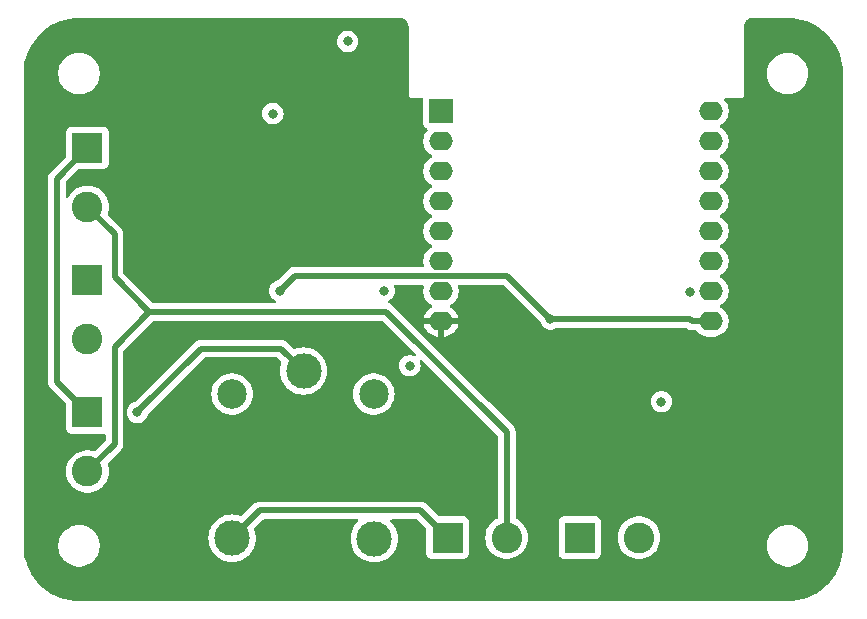
<source format=gbr>
%TF.GenerationSoftware,KiCad,Pcbnew,8.0.4-8.0.4-0~ubuntu22.04.1*%
%TF.CreationDate,2024-08-18T10:29:15-05:00*%
%TF.ProjectId,Doorbell with External ESP8266,446f6f72-6265-46c6-9c20-776974682045,v1.1*%
%TF.SameCoordinates,Original*%
%TF.FileFunction,Copper,L3,Inr*%
%TF.FilePolarity,Positive*%
%FSLAX46Y46*%
G04 Gerber Fmt 4.6, Leading zero omitted, Abs format (unit mm)*
G04 Created by KiCad (PCBNEW 8.0.4-8.0.4-0~ubuntu22.04.1) date 2024-08-18 10:29:15*
%MOMM*%
%LPD*%
G01*
G04 APERTURE LIST*
%TA.AperFunction,ComponentPad*%
%ADD10R,2.600000X2.600000*%
%TD*%
%TA.AperFunction,ComponentPad*%
%ADD11C,2.600000*%
%TD*%
%TA.AperFunction,ComponentPad*%
%ADD12R,2.000000X2.000000*%
%TD*%
%TA.AperFunction,ComponentPad*%
%ADD13O,2.000000X1.600000*%
%TD*%
%TA.AperFunction,ComponentPad*%
%ADD14C,3.000000*%
%TD*%
%TA.AperFunction,ComponentPad*%
%ADD15C,2.500000*%
%TD*%
%TA.AperFunction,ViaPad*%
%ADD16C,0.800000*%
%TD*%
%TA.AperFunction,Conductor*%
%ADD17C,0.500000*%
%TD*%
G04 APERTURE END LIST*
D10*
%TO.N,GND*%
%TO.C,J102*%
X25705000Y-42500000D03*
D11*
%TO.N,Net-(J102-Pin_2)*%
X25705000Y-47500000D03*
%TD*%
D10*
%TO.N,Net-(J105-Pin_1)*%
%TO.C,J105*%
X67400000Y-64300000D03*
D11*
%TO.N,GND*%
X72400000Y-64300000D03*
%TD*%
D10*
%TO.N,Net-(J104-Pin_1)*%
%TO.C,J104*%
X56200000Y-64300000D03*
D11*
%TO.N,/AC_B*%
X61200000Y-64300000D03*
%TD*%
D12*
%TO.N,unconnected-(U101-~{RST}-Pad1)*%
%TO.C,U101*%
X55640000Y-28200000D03*
D13*
%TO.N,unconnected-(U101-A0-Pad2)*%
X55640000Y-30740000D03*
%TO.N,unconnected-(U101-D0-Pad3)*%
X55640000Y-33280000D03*
%TO.N,/HA_STATUS*%
X55640000Y-35820000D03*
%TO.N,/CHIME*%
X55640000Y-38360000D03*
%TO.N,unconnected-(U101-MOSI{slash}D7-Pad6)*%
X55640000Y-40900000D03*
%TO.N,unconnected-(U101-CS{slash}D8-Pad7)*%
X55640000Y-43440000D03*
%TO.N,+3V3*%
X55640000Y-45980000D03*
%TO.N,VCC*%
X78500000Y-45980000D03*
%TO.N,GND*%
X78500000Y-43440000D03*
%TO.N,unconnected-(U101-D4-Pad11)*%
X78500000Y-40900000D03*
%TO.N,unconnected-(U101-D3-Pad12)*%
X78500000Y-38360000D03*
%TO.N,/DB_BUTTON*%
X78500000Y-35820000D03*
%TO.N,unconnected-(U101-SCL{slash}D1-Pad14)*%
X78500000Y-33280000D03*
%TO.N,unconnected-(U101-RX-Pad15)*%
X78500000Y-30740000D03*
%TO.N,/ESP_TX*%
X78500000Y-28200000D03*
%TD*%
D10*
%TO.N,/AC_A*%
%TO.C,J103*%
X25705000Y-53700000D03*
D11*
%TO.N,/AC_B*%
X25705000Y-58700000D03*
%TD*%
D10*
%TO.N,/AC_A*%
%TO.C,J101*%
X25705000Y-31300000D03*
D11*
%TO.N,/AC_B*%
X25705000Y-36300000D03*
%TD*%
D14*
%TO.N,/AC_A*%
%TO.C,K101*%
X44000000Y-50200000D03*
D15*
%TO.N,VCC*%
X37950000Y-52150000D03*
D14*
%TO.N,Net-(J104-Pin_1)*%
X37950000Y-64350000D03*
%TO.N,unconnected-(K101-Pad4)*%
X50000000Y-64400000D03*
D15*
%TO.N,/RELAY_LED*%
X49950000Y-52150000D03*
%TD*%
D16*
%TO.N,VCC*%
X42000000Y-43400000D03*
X64900000Y-45800000D03*
%TO.N,GND*%
X41400000Y-28400000D03*
X47737500Y-22300000D03*
X76700000Y-43500000D03*
X53000000Y-49750000D03*
X74300000Y-52800000D03*
X50825000Y-43425000D03*
%TO.N,+3V3*%
X41400000Y-30600000D03*
X57700000Y-46000000D03*
X41400000Y-24000000D03*
X41400000Y-26200000D03*
%TO.N,/AC_A*%
X29925000Y-53700000D03*
%TD*%
D17*
%TO.N,/AC_B*%
X25705000Y-36300000D02*
X28000000Y-38595000D01*
X28000000Y-38595000D02*
X28000000Y-42250000D01*
X28000000Y-42250000D02*
X30945000Y-45195000D01*
X30945000Y-45195000D02*
X28000000Y-48140000D01*
X28000000Y-48140000D02*
X28000000Y-56405000D01*
X28000000Y-56405000D02*
X25705000Y-58700000D01*
X61200000Y-64300000D02*
X61200000Y-55375000D01*
X61200000Y-55375000D02*
X51020000Y-45195000D01*
X51020000Y-45195000D02*
X30945000Y-45195000D01*
%TO.N,VCC*%
X61250000Y-42150000D02*
X64900000Y-45800000D01*
X43250000Y-42150000D02*
X61250000Y-42150000D01*
X64900000Y-45800000D02*
X76700000Y-45800000D01*
X76700000Y-45800000D02*
X76880000Y-45980000D01*
X42000000Y-43400000D02*
X43250000Y-42150000D01*
X76880000Y-45980000D02*
X78500000Y-45980000D01*
%TO.N,Net-(J104-Pin_1)*%
X37950000Y-64350000D02*
X40300000Y-62000000D01*
X53900000Y-62000000D02*
X56200000Y-64300000D01*
X40300000Y-62000000D02*
X53900000Y-62000000D01*
%TO.N,/AC_A*%
X23100000Y-51095000D02*
X25705000Y-53700000D01*
X23100000Y-33905000D02*
X23100000Y-51095000D01*
X29925000Y-53700000D02*
X35325000Y-48300000D01*
X42100000Y-48300000D02*
X44000000Y-50200000D01*
X35325000Y-48300000D02*
X42100000Y-48300000D01*
X25705000Y-31300000D02*
X23100000Y-33905000D01*
%TD*%
%TA.AperFunction,Conductor*%
%TO.N,+3V3*%
G36*
X81965995Y-20300500D02*
G01*
X81967545Y-20300500D01*
X84952405Y-20300500D01*
X84997294Y-20300500D01*
X85002702Y-20300617D01*
X85404202Y-20318147D01*
X85414937Y-20319087D01*
X85810693Y-20371189D01*
X85821331Y-20373064D01*
X86211043Y-20459462D01*
X86221483Y-20462260D01*
X86602168Y-20582289D01*
X86612315Y-20585982D01*
X86981102Y-20738739D01*
X86990893Y-20743305D01*
X87344942Y-20927611D01*
X87354309Y-20933018D01*
X87549817Y-21057571D01*
X87690959Y-21147488D01*
X87699820Y-21153693D01*
X88016487Y-21396680D01*
X88024774Y-21403634D01*
X88319056Y-21673294D01*
X88326705Y-21680943D01*
X88596365Y-21975225D01*
X88603319Y-21983512D01*
X88846306Y-22300179D01*
X88852511Y-22309040D01*
X89066980Y-22645689D01*
X89072388Y-22655057D01*
X89256691Y-23009099D01*
X89261263Y-23018903D01*
X89414013Y-23387674D01*
X89417713Y-23397840D01*
X89537738Y-23778512D01*
X89540538Y-23788960D01*
X89626933Y-24178660D01*
X89628811Y-24189314D01*
X89680910Y-24585042D01*
X89681853Y-24595818D01*
X89699382Y-24997297D01*
X89699500Y-25002706D01*
X89699500Y-64997293D01*
X89699382Y-65002702D01*
X89681853Y-65404181D01*
X89680910Y-65414957D01*
X89628811Y-65810685D01*
X89626933Y-65821339D01*
X89540538Y-66211039D01*
X89537738Y-66221487D01*
X89417713Y-66602159D01*
X89414013Y-66612325D01*
X89261263Y-66981096D01*
X89256691Y-66990900D01*
X89072388Y-67344942D01*
X89066980Y-67354310D01*
X88852511Y-67690959D01*
X88846306Y-67699820D01*
X88603319Y-68016487D01*
X88596365Y-68024774D01*
X88326705Y-68319056D01*
X88319056Y-68326705D01*
X88024774Y-68596365D01*
X88016487Y-68603319D01*
X87699820Y-68846306D01*
X87690959Y-68852511D01*
X87354310Y-69066980D01*
X87344942Y-69072388D01*
X86990900Y-69256691D01*
X86981096Y-69261263D01*
X86612325Y-69414013D01*
X86602159Y-69417713D01*
X86221487Y-69537738D01*
X86211039Y-69540538D01*
X85821339Y-69626933D01*
X85810685Y-69628811D01*
X85414957Y-69680910D01*
X85404181Y-69681853D01*
X85002703Y-69699382D01*
X84997294Y-69699500D01*
X25002706Y-69699500D01*
X24997297Y-69699382D01*
X24595818Y-69681853D01*
X24585042Y-69680910D01*
X24189314Y-69628811D01*
X24178660Y-69626933D01*
X23788960Y-69540538D01*
X23778512Y-69537738D01*
X23397840Y-69417713D01*
X23387674Y-69414013D01*
X23018903Y-69261263D01*
X23009099Y-69256691D01*
X22655057Y-69072388D01*
X22645689Y-69066980D01*
X22309040Y-68852511D01*
X22300179Y-68846306D01*
X21983512Y-68603319D01*
X21975225Y-68596365D01*
X21680943Y-68326705D01*
X21673294Y-68319056D01*
X21403634Y-68024774D01*
X21396680Y-68016487D01*
X21153693Y-67699820D01*
X21147488Y-67690959D01*
X20933019Y-67354310D01*
X20927611Y-67344942D01*
X20743308Y-66990900D01*
X20738736Y-66981096D01*
X20585982Y-66612315D01*
X20582286Y-66602159D01*
X20574335Y-66576942D01*
X20462260Y-66221483D01*
X20459461Y-66211039D01*
X20451331Y-66174367D01*
X20373064Y-65821331D01*
X20371188Y-65810685D01*
X20366841Y-65777664D01*
X20319087Y-65414937D01*
X20318147Y-65404202D01*
X20300618Y-65002702D01*
X20300500Y-64997293D01*
X20300500Y-64885010D01*
X23245500Y-64885010D01*
X23245500Y-65114989D01*
X23245501Y-65115005D01*
X23275518Y-65343009D01*
X23275519Y-65343014D01*
X23275520Y-65343020D01*
X23299983Y-65434317D01*
X23335046Y-65565175D01*
X23335049Y-65565185D01*
X23423057Y-65777654D01*
X23423061Y-65777664D01*
X23538055Y-65976839D01*
X23678064Y-66159303D01*
X23678070Y-66159310D01*
X23840689Y-66321929D01*
X23840696Y-66321935D01*
X24023160Y-66461944D01*
X24222335Y-66576938D01*
X24222336Y-66576938D01*
X24222339Y-66576940D01*
X24434824Y-66664954D01*
X24656980Y-66724480D01*
X24885004Y-66754500D01*
X24885011Y-66754500D01*
X25114989Y-66754500D01*
X25114996Y-66754500D01*
X25343020Y-66724480D01*
X25565176Y-66664954D01*
X25777661Y-66576940D01*
X25976840Y-66461944D01*
X26159305Y-66321934D01*
X26321934Y-66159305D01*
X26461944Y-65976840D01*
X26576940Y-65777661D01*
X26664954Y-65565176D01*
X26724480Y-65343020D01*
X26754500Y-65114996D01*
X26754500Y-64885004D01*
X26724480Y-64656980D01*
X26664954Y-64434824D01*
X26629818Y-64349998D01*
X35944390Y-64349998D01*
X35944390Y-64350001D01*
X35964804Y-64635433D01*
X36025628Y-64915037D01*
X36025630Y-64915043D01*
X36025631Y-64915046D01*
X36088423Y-65083398D01*
X36125635Y-65183166D01*
X36262770Y-65434309D01*
X36262775Y-65434317D01*
X36434254Y-65663387D01*
X36434270Y-65663405D01*
X36636594Y-65865729D01*
X36636612Y-65865745D01*
X36865682Y-66037224D01*
X36865690Y-66037229D01*
X37116833Y-66174364D01*
X37116832Y-66174364D01*
X37116836Y-66174365D01*
X37116839Y-66174367D01*
X37384954Y-66274369D01*
X37384960Y-66274370D01*
X37384962Y-66274371D01*
X37664566Y-66335195D01*
X37664568Y-66335195D01*
X37664572Y-66335196D01*
X37918220Y-66353337D01*
X37949999Y-66355610D01*
X37950000Y-66355610D01*
X37950001Y-66355610D01*
X37978595Y-66353564D01*
X38235428Y-66335196D01*
X38515046Y-66274369D01*
X38783161Y-66174367D01*
X39034315Y-66037226D01*
X39263395Y-65865739D01*
X39465739Y-65663395D01*
X39637226Y-65434315D01*
X39774367Y-65183161D01*
X39874369Y-64915046D01*
X39924319Y-64685428D01*
X39935195Y-64635433D01*
X39935195Y-64635432D01*
X39935196Y-64635428D01*
X39955610Y-64350000D01*
X39935196Y-64064572D01*
X39927870Y-64030897D01*
X39886495Y-63840696D01*
X39874369Y-63784954D01*
X39821274Y-63642603D01*
X39816291Y-63572913D01*
X39849774Y-63511592D01*
X40574549Y-62786819D01*
X40635872Y-62753334D01*
X40662230Y-62750500D01*
X48521003Y-62750500D01*
X48588042Y-62770185D01*
X48633797Y-62822989D01*
X48643741Y-62892147D01*
X48614716Y-62955703D01*
X48608684Y-62962181D01*
X48484270Y-63086594D01*
X48484254Y-63086612D01*
X48312775Y-63315682D01*
X48312770Y-63315690D01*
X48175635Y-63566833D01*
X48075628Y-63834962D01*
X48014804Y-64114566D01*
X47994390Y-64399998D01*
X47994390Y-64400001D01*
X48014804Y-64685433D01*
X48075628Y-64965037D01*
X48075630Y-64965043D01*
X48075631Y-64965046D01*
X48119774Y-65083398D01*
X48175635Y-65233166D01*
X48312770Y-65484309D01*
X48312775Y-65484317D01*
X48484254Y-65713387D01*
X48484270Y-65713405D01*
X48686594Y-65915729D01*
X48686612Y-65915745D01*
X48915682Y-66087224D01*
X48915690Y-66087229D01*
X49166833Y-66224364D01*
X49166832Y-66224364D01*
X49166836Y-66224365D01*
X49166839Y-66224367D01*
X49434954Y-66324369D01*
X49434960Y-66324370D01*
X49434962Y-66324371D01*
X49714566Y-66385195D01*
X49714568Y-66385195D01*
X49714572Y-66385196D01*
X49968220Y-66403337D01*
X49999999Y-66405610D01*
X50000000Y-66405610D01*
X50000001Y-66405610D01*
X50028595Y-66403564D01*
X50285428Y-66385196D01*
X50565046Y-66324369D01*
X50833161Y-66224367D01*
X51084315Y-66087226D01*
X51313395Y-65915739D01*
X51515739Y-65713395D01*
X51687226Y-65484315D01*
X51824367Y-65233161D01*
X51924369Y-64965046D01*
X51985196Y-64685428D01*
X52005610Y-64400000D01*
X51985196Y-64114572D01*
X51924369Y-63834954D01*
X51824367Y-63566839D01*
X51808650Y-63538056D01*
X51687229Y-63315690D01*
X51687224Y-63315682D01*
X51515745Y-63086612D01*
X51515729Y-63086594D01*
X51391316Y-62962181D01*
X51357831Y-62900858D01*
X51362815Y-62831166D01*
X51404687Y-62775233D01*
X51470151Y-62750816D01*
X51478997Y-62750500D01*
X53537770Y-62750500D01*
X53604809Y-62770185D01*
X53625451Y-62786819D01*
X54363181Y-63524548D01*
X54396666Y-63585871D01*
X54399500Y-63612229D01*
X54399500Y-65647870D01*
X54399501Y-65647876D01*
X54405908Y-65707483D01*
X54456202Y-65842328D01*
X54456206Y-65842335D01*
X54542452Y-65957544D01*
X54542455Y-65957547D01*
X54657664Y-66043793D01*
X54657671Y-66043797D01*
X54792517Y-66094091D01*
X54792516Y-66094091D01*
X54799444Y-66094835D01*
X54852127Y-66100500D01*
X57547872Y-66100499D01*
X57607483Y-66094091D01*
X57742331Y-66043796D01*
X57857546Y-65957546D01*
X57943796Y-65842331D01*
X57994091Y-65707483D01*
X58000500Y-65647873D01*
X58000499Y-62952128D01*
X57994091Y-62892517D01*
X57992542Y-62888365D01*
X57943797Y-62757671D01*
X57943793Y-62757664D01*
X57857547Y-62642455D01*
X57857544Y-62642452D01*
X57742335Y-62556206D01*
X57742328Y-62556202D01*
X57607482Y-62505908D01*
X57607483Y-62505908D01*
X57547883Y-62499501D01*
X57547881Y-62499500D01*
X57547873Y-62499500D01*
X57547865Y-62499500D01*
X55512230Y-62499500D01*
X55445191Y-62479815D01*
X55424549Y-62463181D01*
X54378421Y-61417052D01*
X54378414Y-61417046D01*
X54304729Y-61367812D01*
X54304729Y-61367813D01*
X54255491Y-61334913D01*
X54118917Y-61278343D01*
X54118907Y-61278340D01*
X53973920Y-61249500D01*
X53973918Y-61249500D01*
X40226082Y-61249500D01*
X40226080Y-61249500D01*
X40081092Y-61278340D01*
X40081086Y-61278342D01*
X39944508Y-61334914D01*
X39944496Y-61334921D01*
X39895270Y-61367811D01*
X39895271Y-61367812D01*
X39821581Y-61417049D01*
X38788408Y-62450222D01*
X38727085Y-62483707D01*
X38657394Y-62478723D01*
X38515047Y-62425631D01*
X38235433Y-62364804D01*
X37950001Y-62344390D01*
X37949999Y-62344390D01*
X37664566Y-62364804D01*
X37384962Y-62425628D01*
X37116833Y-62525635D01*
X36865690Y-62662770D01*
X36865682Y-62662775D01*
X36636612Y-62834254D01*
X36636594Y-62834270D01*
X36434270Y-63036594D01*
X36434254Y-63036612D01*
X36262775Y-63265682D01*
X36262770Y-63265690D01*
X36125635Y-63516833D01*
X36025628Y-63784962D01*
X35964804Y-64064566D01*
X35944390Y-64349998D01*
X26629818Y-64349998D01*
X26576940Y-64222339D01*
X26461944Y-64023160D01*
X26321934Y-63840695D01*
X26321929Y-63840689D01*
X26159310Y-63678070D01*
X26159303Y-63678064D01*
X25976839Y-63538055D01*
X25777664Y-63423061D01*
X25777654Y-63423057D01*
X25565185Y-63335049D01*
X25565178Y-63335047D01*
X25565176Y-63335046D01*
X25343020Y-63275520D01*
X25343014Y-63275519D01*
X25343009Y-63275518D01*
X25115005Y-63245501D01*
X25115002Y-63245500D01*
X25114996Y-63245500D01*
X24885004Y-63245500D01*
X24884998Y-63245500D01*
X24884994Y-63245501D01*
X24656990Y-63275518D01*
X24656983Y-63275519D01*
X24656980Y-63275520D01*
X24629445Y-63282898D01*
X24434824Y-63335046D01*
X24434814Y-63335049D01*
X24222345Y-63423057D01*
X24222335Y-63423061D01*
X24023160Y-63538055D01*
X23840696Y-63678064D01*
X23840689Y-63678070D01*
X23678070Y-63840689D01*
X23678064Y-63840696D01*
X23538055Y-64023160D01*
X23423061Y-64222335D01*
X23423057Y-64222345D01*
X23335049Y-64434814D01*
X23335046Y-64434824D01*
X23281294Y-64635433D01*
X23275521Y-64656977D01*
X23275518Y-64656990D01*
X23245501Y-64884994D01*
X23245500Y-64885010D01*
X20300500Y-64885010D01*
X20300500Y-28400000D01*
X40494540Y-28400000D01*
X40514326Y-28588256D01*
X40514327Y-28588259D01*
X40572818Y-28768277D01*
X40572821Y-28768284D01*
X40667467Y-28932216D01*
X40794129Y-29072888D01*
X40947265Y-29184148D01*
X40947270Y-29184151D01*
X41120192Y-29261142D01*
X41120197Y-29261144D01*
X41305354Y-29300500D01*
X41305355Y-29300500D01*
X41494644Y-29300500D01*
X41494646Y-29300500D01*
X41679803Y-29261144D01*
X41852730Y-29184151D01*
X42005871Y-29072888D01*
X42132533Y-28932216D01*
X42227179Y-28768284D01*
X42285674Y-28588256D01*
X42305460Y-28400000D01*
X42285674Y-28211744D01*
X42227179Y-28031716D01*
X42132533Y-27867784D01*
X42005871Y-27727112D01*
X42005870Y-27727111D01*
X41852734Y-27615851D01*
X41852729Y-27615848D01*
X41679807Y-27538857D01*
X41679802Y-27538855D01*
X41534001Y-27507865D01*
X41494646Y-27499500D01*
X41305354Y-27499500D01*
X41272897Y-27506398D01*
X41120197Y-27538855D01*
X41120192Y-27538857D01*
X40947270Y-27615848D01*
X40947265Y-27615851D01*
X40794129Y-27727111D01*
X40667466Y-27867785D01*
X40572821Y-28031715D01*
X40572818Y-28031722D01*
X40514327Y-28211740D01*
X40514326Y-28211744D01*
X40494540Y-28400000D01*
X20300500Y-28400000D01*
X20300500Y-25002706D01*
X20300618Y-24997297D01*
X20302227Y-24960438D01*
X20305520Y-24885010D01*
X23245500Y-24885010D01*
X23245500Y-25114989D01*
X23245501Y-25115005D01*
X23275518Y-25343009D01*
X23275519Y-25343014D01*
X23275520Y-25343020D01*
X23275521Y-25343022D01*
X23335046Y-25565175D01*
X23335049Y-25565185D01*
X23423057Y-25777654D01*
X23423061Y-25777664D01*
X23538055Y-25976839D01*
X23678064Y-26159303D01*
X23678070Y-26159310D01*
X23840689Y-26321929D01*
X23840696Y-26321935D01*
X24023160Y-26461944D01*
X24222335Y-26576938D01*
X24222336Y-26576938D01*
X24222339Y-26576940D01*
X24434824Y-26664954D01*
X24656980Y-26724480D01*
X24885004Y-26754500D01*
X24885011Y-26754500D01*
X25114989Y-26754500D01*
X25114996Y-26754500D01*
X25343020Y-26724480D01*
X25565176Y-26664954D01*
X25777661Y-26576940D01*
X25976840Y-26461944D01*
X26159305Y-26321934D01*
X26321934Y-26159305D01*
X26461944Y-25976840D01*
X26576940Y-25777661D01*
X26664954Y-25565176D01*
X26724480Y-25343020D01*
X26754500Y-25114996D01*
X26754500Y-24885004D01*
X26724480Y-24656980D01*
X26664954Y-24434824D01*
X26576940Y-24222339D01*
X26554770Y-24183940D01*
X26461944Y-24023160D01*
X26321935Y-23840696D01*
X26321929Y-23840689D01*
X26159310Y-23678070D01*
X26159303Y-23678064D01*
X25976839Y-23538055D01*
X25777664Y-23423061D01*
X25777654Y-23423057D01*
X25565185Y-23335049D01*
X25565178Y-23335047D01*
X25565176Y-23335046D01*
X25343020Y-23275520D01*
X25343014Y-23275519D01*
X25343009Y-23275518D01*
X25115005Y-23245501D01*
X25115002Y-23245500D01*
X25114996Y-23245500D01*
X24885004Y-23245500D01*
X24884998Y-23245500D01*
X24884994Y-23245501D01*
X24656990Y-23275518D01*
X24656983Y-23275519D01*
X24656980Y-23275520D01*
X24434824Y-23335046D01*
X24434814Y-23335049D01*
X24222345Y-23423057D01*
X24222335Y-23423061D01*
X24023160Y-23538055D01*
X23840696Y-23678064D01*
X23840689Y-23678070D01*
X23678070Y-23840689D01*
X23678064Y-23840696D01*
X23538055Y-24023160D01*
X23423061Y-24222335D01*
X23423057Y-24222345D01*
X23335049Y-24434814D01*
X23335046Y-24434824D01*
X23275521Y-24656977D01*
X23275518Y-24656990D01*
X23245501Y-24884994D01*
X23245500Y-24885010D01*
X20305520Y-24885010D01*
X20318147Y-24595795D01*
X20319087Y-24585064D01*
X20371189Y-24189302D01*
X20373063Y-24178672D01*
X20459463Y-23788950D01*
X20462261Y-23778512D01*
X20582291Y-23397823D01*
X20585979Y-23387691D01*
X20738742Y-23018888D01*
X20743300Y-23009114D01*
X20927617Y-22655045D01*
X20933012Y-22645700D01*
X21147495Y-22309029D01*
X21153685Y-22300189D01*
X21153830Y-22300000D01*
X46832040Y-22300000D01*
X46851826Y-22488256D01*
X46851827Y-22488259D01*
X46910318Y-22668277D01*
X46910321Y-22668284D01*
X47004967Y-22832216D01*
X47131629Y-22972888D01*
X47284765Y-23084148D01*
X47284770Y-23084151D01*
X47457692Y-23161142D01*
X47457697Y-23161144D01*
X47642854Y-23200500D01*
X47642855Y-23200500D01*
X47832144Y-23200500D01*
X47832146Y-23200500D01*
X48017303Y-23161144D01*
X48190230Y-23084151D01*
X48343371Y-22972888D01*
X48470033Y-22832216D01*
X48564679Y-22668284D01*
X48623174Y-22488256D01*
X48642960Y-22300000D01*
X48623174Y-22111744D01*
X48564679Y-21931716D01*
X48470033Y-21767784D01*
X48343371Y-21627112D01*
X48343370Y-21627111D01*
X48190234Y-21515851D01*
X48190229Y-21515848D01*
X48017307Y-21438857D01*
X48017302Y-21438855D01*
X47851595Y-21403634D01*
X47832146Y-21399500D01*
X47642854Y-21399500D01*
X47623405Y-21403634D01*
X47457697Y-21438855D01*
X47457692Y-21438857D01*
X47284770Y-21515848D01*
X47284765Y-21515851D01*
X47131629Y-21627111D01*
X47004966Y-21767785D01*
X46910321Y-21931715D01*
X46910318Y-21931722D01*
X46893491Y-21983512D01*
X46851826Y-22111744D01*
X46832040Y-22300000D01*
X21153830Y-22300000D01*
X21396687Y-21983503D01*
X21403625Y-21975234D01*
X21673304Y-21680932D01*
X21680932Y-21673304D01*
X21975234Y-21403625D01*
X21983503Y-21396687D01*
X22300189Y-21153685D01*
X22309029Y-21147495D01*
X22645700Y-20933012D01*
X22655045Y-20927617D01*
X23009114Y-20743300D01*
X23018888Y-20738742D01*
X23387691Y-20585979D01*
X23397823Y-20582291D01*
X23778521Y-20462258D01*
X23788950Y-20459463D01*
X24178672Y-20373063D01*
X24189302Y-20371189D01*
X24585064Y-20319087D01*
X24595795Y-20318147D01*
X24997297Y-20300617D01*
X25002706Y-20300500D01*
X25047595Y-20300500D01*
X52145298Y-20300500D01*
X52145301Y-20300501D01*
X52186804Y-20300500D01*
X52198956Y-20301096D01*
X52317214Y-20312743D01*
X52341037Y-20317481D01*
X52448901Y-20350201D01*
X52471352Y-20359500D01*
X52570754Y-20412631D01*
X52590955Y-20426129D01*
X52671961Y-20492609D01*
X52678078Y-20497629D01*
X52695266Y-20514817D01*
X52766764Y-20601937D01*
X52780269Y-20622148D01*
X52819457Y-20695464D01*
X52833394Y-20721537D01*
X52842696Y-20743995D01*
X52875413Y-20851847D01*
X52880156Y-20875689D01*
X52891796Y-20993876D01*
X52892393Y-21006030D01*
X52892393Y-21056682D01*
X52892463Y-21057571D01*
X52899500Y-26799941D01*
X52899500Y-26839576D01*
X52899544Y-26839915D01*
X52909745Y-26877798D01*
X52909764Y-26877948D01*
X52909784Y-26877943D01*
X52919980Y-26915994D01*
X52920095Y-26916270D01*
X52920120Y-26916331D01*
X52939902Y-26950499D01*
X52939977Y-26950628D01*
X52959538Y-26984508D01*
X52959764Y-26984803D01*
X52987571Y-27012543D01*
X52987567Y-27012546D01*
X52987677Y-27012648D01*
X53015489Y-27040460D01*
X53015491Y-27040461D01*
X53015718Y-27040635D01*
X53015781Y-27040683D01*
X53015784Y-27040686D01*
X53015786Y-27040687D01*
X53049962Y-27060363D01*
X53049947Y-27060387D01*
X53050091Y-27060437D01*
X53071424Y-27072754D01*
X53084005Y-27080018D01*
X53084007Y-27080019D01*
X53084011Y-27080021D01*
X53084014Y-27080021D01*
X53084346Y-27080158D01*
X53084354Y-27080163D01*
X53122384Y-27090303D01*
X53160438Y-27100500D01*
X53160447Y-27100500D01*
X53160806Y-27100548D01*
X53199960Y-27100500D01*
X54015500Y-27100500D01*
X54082539Y-27120185D01*
X54128294Y-27172989D01*
X54139500Y-27224500D01*
X54139500Y-29247870D01*
X54139501Y-29247876D01*
X54145908Y-29307483D01*
X54196202Y-29442328D01*
X54196206Y-29442335D01*
X54282452Y-29557544D01*
X54282455Y-29557547D01*
X54397664Y-29643793D01*
X54397673Y-29643798D01*
X54434914Y-29657688D01*
X54490848Y-29699559D01*
X54515266Y-29765023D01*
X54500415Y-29833296D01*
X54479265Y-29861550D01*
X54448027Y-29892787D01*
X54327715Y-30058386D01*
X54234781Y-30240776D01*
X54171522Y-30435465D01*
X54139500Y-30637648D01*
X54139500Y-30842351D01*
X54171522Y-31044534D01*
X54234781Y-31239223D01*
X54327715Y-31421613D01*
X54448028Y-31587213D01*
X54592786Y-31731971D01*
X54747749Y-31844556D01*
X54758390Y-31852287D01*
X54849840Y-31898883D01*
X54851080Y-31899515D01*
X54901876Y-31947490D01*
X54918671Y-32015311D01*
X54896134Y-32081446D01*
X54851080Y-32120485D01*
X54758386Y-32167715D01*
X54592786Y-32288028D01*
X54448028Y-32432786D01*
X54327715Y-32598386D01*
X54234781Y-32780776D01*
X54171522Y-32975465D01*
X54139500Y-33177648D01*
X54139500Y-33382351D01*
X54171522Y-33584534D01*
X54234781Y-33779223D01*
X54327715Y-33961613D01*
X54448028Y-34127213D01*
X54592786Y-34271971D01*
X54747749Y-34384556D01*
X54758390Y-34392287D01*
X54849840Y-34438883D01*
X54851080Y-34439515D01*
X54901876Y-34487490D01*
X54918671Y-34555311D01*
X54896134Y-34621446D01*
X54851080Y-34660485D01*
X54758386Y-34707715D01*
X54592786Y-34828028D01*
X54448028Y-34972786D01*
X54327715Y-35138386D01*
X54234781Y-35320776D01*
X54171522Y-35515465D01*
X54139500Y-35717648D01*
X54139500Y-35922351D01*
X54171522Y-36124534D01*
X54234781Y-36319223D01*
X54327715Y-36501613D01*
X54448028Y-36667213D01*
X54592786Y-36811971D01*
X54745485Y-36922911D01*
X54758390Y-36932287D01*
X54849840Y-36978883D01*
X54851080Y-36979515D01*
X54901876Y-37027490D01*
X54918671Y-37095311D01*
X54896134Y-37161446D01*
X54851080Y-37200485D01*
X54758386Y-37247715D01*
X54592786Y-37368028D01*
X54448028Y-37512786D01*
X54327715Y-37678386D01*
X54234781Y-37860776D01*
X54171522Y-38055465D01*
X54139500Y-38257648D01*
X54139500Y-38462351D01*
X54171522Y-38664534D01*
X54234781Y-38859223D01*
X54327715Y-39041613D01*
X54448028Y-39207213D01*
X54592786Y-39351971D01*
X54747749Y-39464556D01*
X54758390Y-39472287D01*
X54849840Y-39518883D01*
X54851080Y-39519515D01*
X54901876Y-39567490D01*
X54918671Y-39635311D01*
X54896134Y-39701446D01*
X54851080Y-39740485D01*
X54758386Y-39787715D01*
X54592786Y-39908028D01*
X54448028Y-40052786D01*
X54327715Y-40218386D01*
X54234781Y-40400776D01*
X54171522Y-40595465D01*
X54139500Y-40797648D01*
X54139500Y-41002351D01*
X54171523Y-41204535D01*
X54171524Y-41204542D01*
X54182130Y-41237183D01*
X54184125Y-41307024D01*
X54148044Y-41366857D01*
X54085343Y-41397684D01*
X54064199Y-41399500D01*
X43176080Y-41399500D01*
X43031092Y-41428340D01*
X43031082Y-41428343D01*
X42894508Y-41484914D01*
X42847978Y-41516004D01*
X42771581Y-41567049D01*
X41847228Y-42491402D01*
X41785905Y-42524887D01*
X41785329Y-42525011D01*
X41720196Y-42538856D01*
X41720192Y-42538857D01*
X41547270Y-42615848D01*
X41547265Y-42615851D01*
X41394129Y-42727111D01*
X41267466Y-42867785D01*
X41172821Y-43031715D01*
X41172818Y-43031722D01*
X41139110Y-43135466D01*
X41114326Y-43211744D01*
X41094540Y-43400000D01*
X41114326Y-43588256D01*
X41114327Y-43588259D01*
X41172818Y-43768277D01*
X41172821Y-43768284D01*
X41267467Y-43932216D01*
X41357506Y-44032214D01*
X41394129Y-44072888D01*
X41547265Y-44184148D01*
X41547270Y-44184151D01*
X41599085Y-44207221D01*
X41652322Y-44252471D01*
X41672643Y-44319321D01*
X41653597Y-44386544D01*
X41601231Y-44432799D01*
X41548649Y-44444500D01*
X31307230Y-44444500D01*
X31240191Y-44424815D01*
X31219549Y-44408181D01*
X28786819Y-41975451D01*
X28753334Y-41914128D01*
X28750500Y-41887770D01*
X28750500Y-38521079D01*
X28721659Y-38376092D01*
X28721658Y-38376091D01*
X28721658Y-38376087D01*
X28721656Y-38376082D01*
X28665087Y-38239511D01*
X28665080Y-38239498D01*
X28582952Y-38116585D01*
X28566866Y-38100499D01*
X28478416Y-38012049D01*
X27450601Y-36984234D01*
X27417116Y-36922911D01*
X27422100Y-36853219D01*
X27422807Y-36851372D01*
X27430334Y-36832195D01*
X27490383Y-36569103D01*
X27497105Y-36479402D01*
X27510549Y-36300004D01*
X27510549Y-36299995D01*
X27490383Y-36030898D01*
X27430335Y-35767811D01*
X27430334Y-35767805D01*
X27331743Y-35516602D01*
X27196815Y-35282898D01*
X27028561Y-35071915D01*
X27028560Y-35071914D01*
X27028557Y-35071910D01*
X26830741Y-34888365D01*
X26607775Y-34736349D01*
X26607769Y-34736346D01*
X26607768Y-34736345D01*
X26607767Y-34736344D01*
X26364643Y-34619263D01*
X26364645Y-34619263D01*
X26106773Y-34539720D01*
X26106767Y-34539718D01*
X25839936Y-34499500D01*
X25839929Y-34499500D01*
X25570071Y-34499500D01*
X25570063Y-34499500D01*
X25303232Y-34539718D01*
X25303226Y-34539720D01*
X25045358Y-34619262D01*
X24802230Y-34736346D01*
X24579258Y-34888365D01*
X24381442Y-35071910D01*
X24213185Y-35282898D01*
X24081887Y-35510314D01*
X24031320Y-35558530D01*
X23962713Y-35571753D01*
X23897848Y-35545785D01*
X23857320Y-35488871D01*
X23850500Y-35448314D01*
X23850500Y-34267228D01*
X23870185Y-34200189D01*
X23886814Y-34179551D01*
X24929548Y-33136817D01*
X24990871Y-33103333D01*
X25017229Y-33100499D01*
X27052871Y-33100499D01*
X27052872Y-33100499D01*
X27112483Y-33094091D01*
X27247331Y-33043796D01*
X27362546Y-32957546D01*
X27448796Y-32842331D01*
X27499091Y-32707483D01*
X27505500Y-32647873D01*
X27505499Y-29952128D01*
X27499091Y-29892517D01*
X27487541Y-29861551D01*
X27448797Y-29757671D01*
X27448793Y-29757664D01*
X27362547Y-29642455D01*
X27362544Y-29642452D01*
X27247335Y-29556206D01*
X27247328Y-29556202D01*
X27112482Y-29505908D01*
X27112483Y-29505908D01*
X27052883Y-29499501D01*
X27052881Y-29499500D01*
X27052873Y-29499500D01*
X27052864Y-29499500D01*
X24357129Y-29499500D01*
X24357123Y-29499501D01*
X24297516Y-29505908D01*
X24162671Y-29556202D01*
X24162664Y-29556206D01*
X24047455Y-29642452D01*
X24047452Y-29642455D01*
X23961206Y-29757664D01*
X23961202Y-29757671D01*
X23910908Y-29892517D01*
X23904501Y-29952116D01*
X23904501Y-29952123D01*
X23904500Y-29952135D01*
X23904500Y-31987769D01*
X23884815Y-32054808D01*
X23868181Y-32075450D01*
X22517050Y-33426580D01*
X22517044Y-33426588D01*
X22467812Y-33500268D01*
X22467813Y-33500269D01*
X22434921Y-33549496D01*
X22434914Y-33549508D01*
X22378342Y-33686086D01*
X22378340Y-33686092D01*
X22349500Y-33831079D01*
X22349500Y-33831082D01*
X22349500Y-51168918D01*
X22349500Y-51168920D01*
X22349499Y-51168920D01*
X22378340Y-51313907D01*
X22378343Y-51313917D01*
X22434914Y-51450492D01*
X22467812Y-51499727D01*
X22467813Y-51499730D01*
X22517046Y-51573414D01*
X22517052Y-51573421D01*
X23868181Y-52924548D01*
X23901666Y-52985871D01*
X23904500Y-53012229D01*
X23904500Y-55047870D01*
X23904501Y-55047876D01*
X23910908Y-55107483D01*
X23961202Y-55242328D01*
X23961206Y-55242335D01*
X24047452Y-55357544D01*
X24047455Y-55357547D01*
X24162664Y-55443793D01*
X24162671Y-55443797D01*
X24297517Y-55494091D01*
X24297516Y-55494091D01*
X24304444Y-55494835D01*
X24357127Y-55500500D01*
X27052872Y-55500499D01*
X27112247Y-55494116D01*
X27181005Y-55506522D01*
X27232142Y-55554133D01*
X27249500Y-55617406D01*
X27249500Y-56042769D01*
X27229815Y-56109808D01*
X27213181Y-56130450D01*
X26386696Y-56956934D01*
X26325373Y-56990419D01*
X26262466Y-56987744D01*
X26106777Y-56939721D01*
X26106767Y-56939718D01*
X25839936Y-56899500D01*
X25839929Y-56899500D01*
X25570071Y-56899500D01*
X25570063Y-56899500D01*
X25303232Y-56939718D01*
X25303226Y-56939720D01*
X25045358Y-57019262D01*
X24802230Y-57136346D01*
X24579258Y-57288365D01*
X24381442Y-57471910D01*
X24213185Y-57682898D01*
X24078258Y-57916599D01*
X24078256Y-57916603D01*
X23979666Y-58167804D01*
X23979664Y-58167811D01*
X23919616Y-58430898D01*
X23899451Y-58699995D01*
X23899451Y-58700004D01*
X23919616Y-58969101D01*
X23979664Y-59232188D01*
X23979666Y-59232195D01*
X24078257Y-59483398D01*
X24213185Y-59717102D01*
X24349080Y-59887509D01*
X24381442Y-59928089D01*
X24568183Y-60101358D01*
X24579259Y-60111635D01*
X24802226Y-60263651D01*
X25045359Y-60380738D01*
X25303228Y-60460280D01*
X25303229Y-60460280D01*
X25303232Y-60460281D01*
X25570063Y-60500499D01*
X25570068Y-60500499D01*
X25570071Y-60500500D01*
X25570072Y-60500500D01*
X25839928Y-60500500D01*
X25839929Y-60500500D01*
X25839936Y-60500499D01*
X26106767Y-60460281D01*
X26106768Y-60460280D01*
X26106772Y-60460280D01*
X26364641Y-60380738D01*
X26607775Y-60263651D01*
X26830741Y-60111635D01*
X27028561Y-59928085D01*
X27196815Y-59717102D01*
X27331743Y-59483398D01*
X27430334Y-59232195D01*
X27490383Y-58969103D01*
X27510549Y-58700000D01*
X27490383Y-58430897D01*
X27430334Y-58167805D01*
X27422854Y-58148748D01*
X27416685Y-58079153D01*
X27449121Y-58017269D01*
X27450538Y-58015827D01*
X28582951Y-56883416D01*
X28665084Y-56760495D01*
X28721658Y-56623913D01*
X28750500Y-56478918D01*
X28750500Y-53700000D01*
X29019540Y-53700000D01*
X29039326Y-53888256D01*
X29039327Y-53888259D01*
X29097818Y-54068277D01*
X29097821Y-54068284D01*
X29192467Y-54232216D01*
X29319129Y-54372888D01*
X29472265Y-54484148D01*
X29472270Y-54484151D01*
X29645192Y-54561142D01*
X29645197Y-54561144D01*
X29830354Y-54600500D01*
X29830355Y-54600500D01*
X30019644Y-54600500D01*
X30019646Y-54600500D01*
X30204803Y-54561144D01*
X30377730Y-54484151D01*
X30530871Y-54372888D01*
X30657533Y-54232216D01*
X30752179Y-54068284D01*
X30807522Y-53897955D01*
X30837769Y-53848597D01*
X32536371Y-52149995D01*
X36194592Y-52149995D01*
X36194592Y-52150004D01*
X36214196Y-52411620D01*
X36214197Y-52411625D01*
X36272576Y-52667402D01*
X36272578Y-52667411D01*
X36272580Y-52667416D01*
X36368432Y-52911643D01*
X36499614Y-53138857D01*
X36631736Y-53304533D01*
X36663198Y-53343985D01*
X36802124Y-53472888D01*
X36855521Y-53522433D01*
X37072296Y-53670228D01*
X37072301Y-53670230D01*
X37072302Y-53670231D01*
X37072303Y-53670232D01*
X37197843Y-53730688D01*
X37308673Y-53784061D01*
X37308674Y-53784061D01*
X37308677Y-53784063D01*
X37559385Y-53861396D01*
X37818818Y-53900500D01*
X38081182Y-53900500D01*
X38340615Y-53861396D01*
X38591323Y-53784063D01*
X38827704Y-53670228D01*
X39044479Y-53522433D01*
X39236805Y-53343981D01*
X39400386Y-53138857D01*
X39531568Y-52911643D01*
X39627420Y-52667416D01*
X39685802Y-52411630D01*
X39685803Y-52411620D01*
X39705408Y-52150004D01*
X39705408Y-52149995D01*
X39685803Y-51888379D01*
X39685802Y-51888374D01*
X39685802Y-51888370D01*
X39627420Y-51632584D01*
X39531568Y-51388357D01*
X39400386Y-51161143D01*
X39236805Y-50956019D01*
X39236804Y-50956018D01*
X39236801Y-50956014D01*
X39044479Y-50777567D01*
X38978774Y-50732770D01*
X38827704Y-50629772D01*
X38827700Y-50629770D01*
X38827697Y-50629768D01*
X38827696Y-50629767D01*
X38591325Y-50515938D01*
X38591327Y-50515938D01*
X38340623Y-50438606D01*
X38340619Y-50438605D01*
X38340615Y-50438604D01*
X38215823Y-50419794D01*
X38081187Y-50399500D01*
X38081182Y-50399500D01*
X37818818Y-50399500D01*
X37818812Y-50399500D01*
X37663652Y-50422888D01*
X37559385Y-50438604D01*
X37559382Y-50438605D01*
X37559376Y-50438606D01*
X37308673Y-50515938D01*
X37072303Y-50629767D01*
X37072302Y-50629768D01*
X36855520Y-50777567D01*
X36663198Y-50956014D01*
X36499614Y-51161143D01*
X36368432Y-51388356D01*
X36272582Y-51632578D01*
X36272576Y-51632597D01*
X36214197Y-51888374D01*
X36214196Y-51888379D01*
X36194592Y-52149995D01*
X32536371Y-52149995D01*
X35599548Y-49086819D01*
X35660871Y-49053334D01*
X35687229Y-49050500D01*
X41737770Y-49050500D01*
X41804809Y-49070185D01*
X41825451Y-49086819D01*
X42100222Y-49361590D01*
X42133707Y-49422913D01*
X42128723Y-49492604D01*
X42075631Y-49634952D01*
X42014804Y-49914566D01*
X41994390Y-50199998D01*
X41994390Y-50200001D01*
X42014804Y-50485433D01*
X42075628Y-50765037D01*
X42075630Y-50765043D01*
X42075631Y-50765046D01*
X42175633Y-51033161D01*
X42175635Y-51033166D01*
X42312770Y-51284309D01*
X42312775Y-51284317D01*
X42484254Y-51513387D01*
X42484270Y-51513405D01*
X42686594Y-51715729D01*
X42686612Y-51715745D01*
X42915682Y-51887224D01*
X42915690Y-51887229D01*
X43166833Y-52024364D01*
X43166832Y-52024364D01*
X43166836Y-52024365D01*
X43166839Y-52024367D01*
X43434954Y-52124369D01*
X43434960Y-52124370D01*
X43434962Y-52124371D01*
X43714566Y-52185195D01*
X43714568Y-52185195D01*
X43714572Y-52185196D01*
X43968220Y-52203337D01*
X43999999Y-52205610D01*
X44000000Y-52205610D01*
X44000001Y-52205610D01*
X44028595Y-52203564D01*
X44285428Y-52185196D01*
X44447204Y-52150004D01*
X44447245Y-52149995D01*
X48194592Y-52149995D01*
X48194592Y-52150004D01*
X48214196Y-52411620D01*
X48214197Y-52411625D01*
X48272576Y-52667402D01*
X48272578Y-52667411D01*
X48272580Y-52667416D01*
X48368432Y-52911643D01*
X48499614Y-53138857D01*
X48631736Y-53304533D01*
X48663198Y-53343985D01*
X48802124Y-53472888D01*
X48855521Y-53522433D01*
X49072296Y-53670228D01*
X49072301Y-53670230D01*
X49072302Y-53670231D01*
X49072303Y-53670232D01*
X49197843Y-53730688D01*
X49308673Y-53784061D01*
X49308674Y-53784061D01*
X49308677Y-53784063D01*
X49559385Y-53861396D01*
X49818818Y-53900500D01*
X50081182Y-53900500D01*
X50340615Y-53861396D01*
X50591323Y-53784063D01*
X50827704Y-53670228D01*
X51044479Y-53522433D01*
X51236805Y-53343981D01*
X51400386Y-53138857D01*
X51531568Y-52911643D01*
X51627420Y-52667416D01*
X51685802Y-52411630D01*
X51685803Y-52411620D01*
X51705408Y-52150004D01*
X51705408Y-52149995D01*
X51685803Y-51888379D01*
X51685802Y-51888374D01*
X51685802Y-51888370D01*
X51627420Y-51632584D01*
X51531568Y-51388357D01*
X51400386Y-51161143D01*
X51236805Y-50956019D01*
X51236804Y-50956018D01*
X51236801Y-50956014D01*
X51044479Y-50777567D01*
X50978774Y-50732770D01*
X50827704Y-50629772D01*
X50827700Y-50629770D01*
X50827697Y-50629768D01*
X50827696Y-50629767D01*
X50591325Y-50515938D01*
X50591327Y-50515938D01*
X50340623Y-50438606D01*
X50340619Y-50438605D01*
X50340615Y-50438604D01*
X50215823Y-50419794D01*
X50081187Y-50399500D01*
X50081182Y-50399500D01*
X49818818Y-50399500D01*
X49818812Y-50399500D01*
X49663652Y-50422888D01*
X49559385Y-50438604D01*
X49559382Y-50438605D01*
X49559376Y-50438606D01*
X49308673Y-50515938D01*
X49072303Y-50629767D01*
X49072302Y-50629768D01*
X48855520Y-50777567D01*
X48663198Y-50956014D01*
X48499614Y-51161143D01*
X48368432Y-51388356D01*
X48272582Y-51632578D01*
X48272576Y-51632597D01*
X48214197Y-51888374D01*
X48214196Y-51888379D01*
X48194592Y-52149995D01*
X44447245Y-52149995D01*
X44565037Y-52124371D01*
X44565037Y-52124370D01*
X44565046Y-52124369D01*
X44833161Y-52024367D01*
X45084315Y-51887226D01*
X45313395Y-51715739D01*
X45515739Y-51513395D01*
X45687226Y-51284315D01*
X45824367Y-51033161D01*
X45924369Y-50765046D01*
X45985196Y-50485428D01*
X46005610Y-50200000D01*
X45985196Y-49914572D01*
X45924369Y-49634954D01*
X45824367Y-49366839D01*
X45788142Y-49300499D01*
X45687229Y-49115690D01*
X45687224Y-49115682D01*
X45515745Y-48886612D01*
X45515729Y-48886594D01*
X45313405Y-48684270D01*
X45313387Y-48684254D01*
X45084317Y-48512775D01*
X45084309Y-48512770D01*
X44833166Y-48375635D01*
X44833167Y-48375635D01*
X44707391Y-48328723D01*
X44565046Y-48275631D01*
X44565043Y-48275630D01*
X44565037Y-48275628D01*
X44285433Y-48214804D01*
X44000001Y-48194390D01*
X43999999Y-48194390D01*
X43714566Y-48214804D01*
X43434952Y-48275631D01*
X43292604Y-48328723D01*
X43222912Y-48333707D01*
X43161590Y-48300222D01*
X42578421Y-47717052D01*
X42578414Y-47717046D01*
X42504729Y-47667812D01*
X42504729Y-47667813D01*
X42455491Y-47634913D01*
X42318917Y-47578343D01*
X42318907Y-47578340D01*
X42173920Y-47549500D01*
X42173918Y-47549500D01*
X35398917Y-47549500D01*
X35251082Y-47549500D01*
X35251080Y-47549500D01*
X35106092Y-47578340D01*
X35106082Y-47578343D01*
X34969511Y-47634912D01*
X34969498Y-47634919D01*
X34846584Y-47717048D01*
X34846580Y-47717051D01*
X29772228Y-52791402D01*
X29710905Y-52824887D01*
X29710329Y-52825011D01*
X29645196Y-52838856D01*
X29645192Y-52838857D01*
X29472270Y-52915848D01*
X29472265Y-52915851D01*
X29319129Y-53027111D01*
X29192466Y-53167785D01*
X29097821Y-53331715D01*
X29097818Y-53331722D01*
X29051951Y-53472888D01*
X29039326Y-53511744D01*
X29019540Y-53700000D01*
X28750500Y-53700000D01*
X28750500Y-48502230D01*
X28770185Y-48435191D01*
X28786819Y-48414549D01*
X31219549Y-45981819D01*
X31280872Y-45948334D01*
X31307230Y-45945500D01*
X50657770Y-45945500D01*
X50724809Y-45965185D01*
X50745451Y-45981819D01*
X53478499Y-48714867D01*
X53511984Y-48776190D01*
X53507000Y-48845882D01*
X53465128Y-48901815D01*
X53399664Y-48926232D01*
X53340382Y-48915828D01*
X53279803Y-48888856D01*
X53279801Y-48888855D01*
X53279800Y-48888855D01*
X53163102Y-48864050D01*
X53094646Y-48849500D01*
X52905354Y-48849500D01*
X52872897Y-48856398D01*
X52720197Y-48888855D01*
X52720192Y-48888857D01*
X52547270Y-48965848D01*
X52547265Y-48965851D01*
X52394129Y-49077111D01*
X52267466Y-49217785D01*
X52172821Y-49381715D01*
X52172818Y-49381722D01*
X52114327Y-49561740D01*
X52114326Y-49561744D01*
X52094540Y-49750000D01*
X52114326Y-49938256D01*
X52114327Y-49938259D01*
X52172818Y-50118277D01*
X52172821Y-50118284D01*
X52267467Y-50282216D01*
X52373070Y-50399500D01*
X52394129Y-50422888D01*
X52547265Y-50534148D01*
X52547270Y-50534151D01*
X52720192Y-50611142D01*
X52720197Y-50611144D01*
X52905354Y-50650500D01*
X52905355Y-50650500D01*
X53094644Y-50650500D01*
X53094646Y-50650500D01*
X53279803Y-50611144D01*
X53452730Y-50534151D01*
X53605871Y-50422888D01*
X53732533Y-50282216D01*
X53827179Y-50118284D01*
X53885674Y-49938256D01*
X53905460Y-49750000D01*
X53885674Y-49561744D01*
X53833649Y-49401628D01*
X53831654Y-49331787D01*
X53867734Y-49271954D01*
X53930435Y-49241126D01*
X53999849Y-49249091D01*
X54039261Y-49275629D01*
X60413181Y-55649549D01*
X60446666Y-55710872D01*
X60449500Y-55737230D01*
X60449500Y-62585102D01*
X60429815Y-62652141D01*
X60379303Y-62696821D01*
X60297235Y-62736344D01*
X60297232Y-62736345D01*
X60074258Y-62888365D01*
X59876442Y-63071910D01*
X59708185Y-63282898D01*
X59573258Y-63516599D01*
X59573256Y-63516603D01*
X59474666Y-63767804D01*
X59474664Y-63767811D01*
X59414616Y-64030898D01*
X59394451Y-64299995D01*
X59394451Y-64300004D01*
X59414616Y-64569101D01*
X59474664Y-64832188D01*
X59474666Y-64832195D01*
X59573257Y-65083398D01*
X59708185Y-65317102D01*
X59786222Y-65414957D01*
X59876442Y-65528089D01*
X60022279Y-65663405D01*
X60074259Y-65711635D01*
X60297226Y-65863651D01*
X60540359Y-65980738D01*
X60798228Y-66060280D01*
X60798229Y-66060280D01*
X60798232Y-66060281D01*
X61065063Y-66100499D01*
X61065068Y-66100499D01*
X61065071Y-66100500D01*
X61065072Y-66100500D01*
X61334928Y-66100500D01*
X61334929Y-66100500D01*
X61334936Y-66100499D01*
X61601767Y-66060281D01*
X61601768Y-66060280D01*
X61601772Y-66060280D01*
X61859641Y-65980738D01*
X62102775Y-65863651D01*
X62325741Y-65711635D01*
X62523561Y-65528085D01*
X62691815Y-65317102D01*
X62826743Y-65083398D01*
X62925334Y-64832195D01*
X62985383Y-64569103D01*
X63005549Y-64300000D01*
X62985383Y-64030897D01*
X62925334Y-63767805D01*
X62826743Y-63516602D01*
X62691815Y-63282898D01*
X62523561Y-63071915D01*
X62523560Y-63071914D01*
X62523557Y-63071910D01*
X62394469Y-62952135D01*
X65599500Y-62952135D01*
X65599500Y-65647870D01*
X65599501Y-65647876D01*
X65605908Y-65707483D01*
X65656202Y-65842328D01*
X65656206Y-65842335D01*
X65742452Y-65957544D01*
X65742455Y-65957547D01*
X65857664Y-66043793D01*
X65857671Y-66043797D01*
X65992517Y-66094091D01*
X65992516Y-66094091D01*
X65999444Y-66094835D01*
X66052127Y-66100500D01*
X68747872Y-66100499D01*
X68807483Y-66094091D01*
X68942331Y-66043796D01*
X69057546Y-65957546D01*
X69143796Y-65842331D01*
X69194091Y-65707483D01*
X69200500Y-65647873D01*
X69200499Y-64299995D01*
X70594451Y-64299995D01*
X70594451Y-64300004D01*
X70614616Y-64569101D01*
X70674664Y-64832188D01*
X70674666Y-64832195D01*
X70773257Y-65083398D01*
X70908185Y-65317102D01*
X70986222Y-65414957D01*
X71076442Y-65528089D01*
X71222279Y-65663405D01*
X71274259Y-65711635D01*
X71497226Y-65863651D01*
X71740359Y-65980738D01*
X71998228Y-66060280D01*
X71998229Y-66060280D01*
X71998232Y-66060281D01*
X72265063Y-66100499D01*
X72265068Y-66100499D01*
X72265071Y-66100500D01*
X72265072Y-66100500D01*
X72534928Y-66100500D01*
X72534929Y-66100500D01*
X72534936Y-66100499D01*
X72801767Y-66060281D01*
X72801768Y-66060280D01*
X72801772Y-66060280D01*
X73059641Y-65980738D01*
X73302775Y-65863651D01*
X73525741Y-65711635D01*
X73723561Y-65528085D01*
X73891815Y-65317102D01*
X74026743Y-65083398D01*
X74104605Y-64885010D01*
X83245500Y-64885010D01*
X83245500Y-65114989D01*
X83245501Y-65115005D01*
X83275518Y-65343009D01*
X83275519Y-65343014D01*
X83275520Y-65343020D01*
X83299983Y-65434317D01*
X83335046Y-65565175D01*
X83335049Y-65565185D01*
X83423057Y-65777654D01*
X83423061Y-65777664D01*
X83538055Y-65976839D01*
X83678064Y-66159303D01*
X83678070Y-66159310D01*
X83840689Y-66321929D01*
X83840696Y-66321935D01*
X84023160Y-66461944D01*
X84222335Y-66576938D01*
X84222336Y-66576938D01*
X84222339Y-66576940D01*
X84434824Y-66664954D01*
X84656980Y-66724480D01*
X84885004Y-66754500D01*
X84885011Y-66754500D01*
X85114989Y-66754500D01*
X85114996Y-66754500D01*
X85343020Y-66724480D01*
X85565176Y-66664954D01*
X85777661Y-66576940D01*
X85976840Y-66461944D01*
X86159305Y-66321934D01*
X86321934Y-66159305D01*
X86461944Y-65976840D01*
X86576940Y-65777661D01*
X86664954Y-65565176D01*
X86724480Y-65343020D01*
X86754500Y-65114996D01*
X86754500Y-64885004D01*
X86724480Y-64656980D01*
X86664954Y-64434824D01*
X86576940Y-64222339D01*
X86461944Y-64023160D01*
X86321934Y-63840695D01*
X86321929Y-63840689D01*
X86159310Y-63678070D01*
X86159303Y-63678064D01*
X85976839Y-63538055D01*
X85777664Y-63423061D01*
X85777654Y-63423057D01*
X85565185Y-63335049D01*
X85565178Y-63335047D01*
X85565176Y-63335046D01*
X85343020Y-63275520D01*
X85343014Y-63275519D01*
X85343009Y-63275518D01*
X85115005Y-63245501D01*
X85115002Y-63245500D01*
X85114996Y-63245500D01*
X84885004Y-63245500D01*
X84884998Y-63245500D01*
X84884994Y-63245501D01*
X84656990Y-63275518D01*
X84656983Y-63275519D01*
X84656980Y-63275520D01*
X84629445Y-63282898D01*
X84434824Y-63335046D01*
X84434814Y-63335049D01*
X84222345Y-63423057D01*
X84222335Y-63423061D01*
X84023160Y-63538055D01*
X83840696Y-63678064D01*
X83840689Y-63678070D01*
X83678070Y-63840689D01*
X83678064Y-63840696D01*
X83538055Y-64023160D01*
X83423061Y-64222335D01*
X83423057Y-64222345D01*
X83335049Y-64434814D01*
X83335046Y-64434824D01*
X83281294Y-64635433D01*
X83275521Y-64656977D01*
X83275518Y-64656990D01*
X83245501Y-64884994D01*
X83245500Y-64885010D01*
X74104605Y-64885010D01*
X74125334Y-64832195D01*
X74185383Y-64569103D01*
X74205549Y-64300000D01*
X74185383Y-64030897D01*
X74125334Y-63767805D01*
X74026743Y-63516602D01*
X73891815Y-63282898D01*
X73723561Y-63071915D01*
X73723560Y-63071914D01*
X73723557Y-63071910D01*
X73525741Y-62888365D01*
X73446375Y-62834254D01*
X73302775Y-62736349D01*
X73302769Y-62736346D01*
X73302768Y-62736345D01*
X73302767Y-62736344D01*
X73059643Y-62619263D01*
X73059645Y-62619263D01*
X72801773Y-62539720D01*
X72801767Y-62539718D01*
X72534936Y-62499500D01*
X72534929Y-62499500D01*
X72265071Y-62499500D01*
X72265063Y-62499500D01*
X71998232Y-62539718D01*
X71998226Y-62539720D01*
X71740358Y-62619262D01*
X71497230Y-62736346D01*
X71274258Y-62888365D01*
X71076442Y-63071910D01*
X70908185Y-63282898D01*
X70773258Y-63516599D01*
X70773256Y-63516603D01*
X70674666Y-63767804D01*
X70674664Y-63767811D01*
X70614616Y-64030898D01*
X70594451Y-64299995D01*
X69200499Y-64299995D01*
X69200499Y-62952128D01*
X69194091Y-62892517D01*
X69192542Y-62888365D01*
X69143797Y-62757671D01*
X69143793Y-62757664D01*
X69057547Y-62642455D01*
X69057544Y-62642452D01*
X68942335Y-62556206D01*
X68942328Y-62556202D01*
X68807482Y-62505908D01*
X68807483Y-62505908D01*
X68747883Y-62499501D01*
X68747881Y-62499500D01*
X68747873Y-62499500D01*
X68747864Y-62499500D01*
X66052129Y-62499500D01*
X66052123Y-62499501D01*
X65992516Y-62505908D01*
X65857671Y-62556202D01*
X65857664Y-62556206D01*
X65742455Y-62642452D01*
X65742452Y-62642455D01*
X65656206Y-62757664D01*
X65656202Y-62757671D01*
X65605908Y-62892517D01*
X65599501Y-62952116D01*
X65599501Y-62952123D01*
X65599500Y-62952135D01*
X62394469Y-62952135D01*
X62325741Y-62888365D01*
X62246375Y-62834254D01*
X62102775Y-62736349D01*
X62102772Y-62736348D01*
X62102770Y-62736346D01*
X62020698Y-62696822D01*
X61968838Y-62649999D01*
X61950500Y-62585102D01*
X61950500Y-55301079D01*
X61921659Y-55156092D01*
X61921658Y-55156091D01*
X61921658Y-55156087D01*
X61865084Y-55019505D01*
X61832186Y-54970270D01*
X61832185Y-54970268D01*
X61782956Y-54896589D01*
X61782952Y-54896584D01*
X59686368Y-52800000D01*
X73394540Y-52800000D01*
X73414326Y-52988256D01*
X73414327Y-52988259D01*
X73472818Y-53168277D01*
X73472821Y-53168284D01*
X73567467Y-53332216D01*
X73694129Y-53472888D01*
X73847265Y-53584148D01*
X73847270Y-53584151D01*
X74020192Y-53661142D01*
X74020197Y-53661144D01*
X74205354Y-53700500D01*
X74205355Y-53700500D01*
X74394644Y-53700500D01*
X74394646Y-53700500D01*
X74579803Y-53661144D01*
X74752730Y-53584151D01*
X74905871Y-53472888D01*
X75032533Y-53332216D01*
X75127179Y-53168284D01*
X75185674Y-52988256D01*
X75205460Y-52800000D01*
X75185674Y-52611744D01*
X75127179Y-52431716D01*
X75032533Y-52267784D01*
X74905871Y-52127112D01*
X74905870Y-52127111D01*
X74752734Y-52015851D01*
X74752729Y-52015848D01*
X74579807Y-51938857D01*
X74579802Y-51938855D01*
X74424798Y-51905909D01*
X74394646Y-51899500D01*
X74205354Y-51899500D01*
X74175319Y-51905884D01*
X74020197Y-51938855D01*
X74020192Y-51938857D01*
X73847270Y-52015848D01*
X73847265Y-52015851D01*
X73694129Y-52127111D01*
X73567466Y-52267785D01*
X73472821Y-52431715D01*
X73472818Y-52431722D01*
X73414327Y-52611740D01*
X73414326Y-52611744D01*
X73394540Y-52800000D01*
X59686368Y-52800000D01*
X51498421Y-44612052D01*
X51498414Y-44612046D01*
X51424729Y-44562812D01*
X51424729Y-44562813D01*
X51375491Y-44529913D01*
X51238917Y-44473343D01*
X51238903Y-44473339D01*
X51238394Y-44473238D01*
X51238152Y-44473111D01*
X51233081Y-44471573D01*
X51233372Y-44470610D01*
X51176486Y-44440847D01*
X51141918Y-44380128D01*
X51145664Y-44310359D01*
X51186536Y-44253691D01*
X51212154Y-44238347D01*
X51277730Y-44209151D01*
X51430871Y-44097888D01*
X51557533Y-43957216D01*
X51652179Y-43793284D01*
X51710674Y-43613256D01*
X51730460Y-43425000D01*
X51710674Y-43236744D01*
X51654162Y-43062818D01*
X51652167Y-42992977D01*
X51688247Y-42933144D01*
X51750948Y-42902316D01*
X51772093Y-42900500D01*
X54077196Y-42900500D01*
X54144235Y-42920185D01*
X54189990Y-42972989D01*
X54199934Y-43042147D01*
X54195127Y-43062818D01*
X54171523Y-43135461D01*
X54171523Y-43135464D01*
X54139500Y-43337648D01*
X54139500Y-43542351D01*
X54171522Y-43744534D01*
X54234781Y-43939223D01*
X54327715Y-44121613D01*
X54448028Y-44287213D01*
X54592786Y-44431971D01*
X54747749Y-44544556D01*
X54758390Y-44552287D01*
X54830424Y-44588990D01*
X54851629Y-44599795D01*
X54902425Y-44647770D01*
X54919220Y-44715591D01*
X54896682Y-44781726D01*
X54851629Y-44820765D01*
X54758650Y-44868140D01*
X54593105Y-44988417D01*
X54593104Y-44988417D01*
X54448417Y-45133104D01*
X54448417Y-45133105D01*
X54328140Y-45298650D01*
X54235244Y-45480970D01*
X54172009Y-45675586D01*
X54163391Y-45730000D01*
X55206988Y-45730000D01*
X55174075Y-45787007D01*
X55140000Y-45914174D01*
X55140000Y-46045826D01*
X55174075Y-46172993D01*
X55206988Y-46230000D01*
X54163391Y-46230000D01*
X54172009Y-46284413D01*
X54235244Y-46479029D01*
X54328140Y-46661349D01*
X54448417Y-46826894D01*
X54448417Y-46826895D01*
X54593104Y-46971582D01*
X54758650Y-47091859D01*
X54940968Y-47184755D01*
X55135582Y-47247990D01*
X55337683Y-47280000D01*
X55390000Y-47280000D01*
X55390000Y-46413012D01*
X55447007Y-46445925D01*
X55574174Y-46480000D01*
X55705826Y-46480000D01*
X55832993Y-46445925D01*
X55890000Y-46413012D01*
X55890000Y-47280000D01*
X55942317Y-47280000D01*
X56144417Y-47247990D01*
X56339031Y-47184755D01*
X56521349Y-47091859D01*
X56686894Y-46971582D01*
X56686895Y-46971582D01*
X56831582Y-46826895D01*
X56831582Y-46826894D01*
X56951859Y-46661349D01*
X57044755Y-46479029D01*
X57107990Y-46284413D01*
X57116609Y-46230000D01*
X56073012Y-46230000D01*
X56105925Y-46172993D01*
X56140000Y-46045826D01*
X56140000Y-45914174D01*
X56105925Y-45787007D01*
X56073012Y-45730000D01*
X57116609Y-45730000D01*
X57107990Y-45675586D01*
X57044755Y-45480970D01*
X56951859Y-45298650D01*
X56831582Y-45133105D01*
X56831582Y-45133104D01*
X56686895Y-44988417D01*
X56521349Y-44868140D01*
X56428370Y-44820765D01*
X56377574Y-44772790D01*
X56360779Y-44704969D01*
X56383316Y-44638835D01*
X56428370Y-44599795D01*
X56428920Y-44599515D01*
X56521610Y-44552287D01*
X56552405Y-44529913D01*
X56687213Y-44431971D01*
X56687215Y-44431968D01*
X56687219Y-44431966D01*
X56831966Y-44287219D01*
X56831968Y-44287215D01*
X56831971Y-44287213D01*
X56902026Y-44190789D01*
X56952287Y-44121610D01*
X57045220Y-43939219D01*
X57108477Y-43744534D01*
X57140500Y-43542352D01*
X57140500Y-43337648D01*
X57108477Y-43135466D01*
X57108476Y-43135462D01*
X57108476Y-43135461D01*
X57084873Y-43062818D01*
X57082878Y-42992977D01*
X57118958Y-42933144D01*
X57181659Y-42902316D01*
X57202804Y-42900500D01*
X60887770Y-42900500D01*
X60954809Y-42920185D01*
X60975451Y-42936819D01*
X63987228Y-45948595D01*
X64017478Y-45997958D01*
X64072818Y-46168277D01*
X64072821Y-46168284D01*
X64167467Y-46332216D01*
X64269851Y-46445925D01*
X64294129Y-46472888D01*
X64447265Y-46584148D01*
X64447270Y-46584151D01*
X64620192Y-46661142D01*
X64620197Y-46661144D01*
X64805354Y-46700500D01*
X64805355Y-46700500D01*
X64994644Y-46700500D01*
X64994646Y-46700500D01*
X65179803Y-46661144D01*
X65352730Y-46584151D01*
X65354776Y-46582664D01*
X65366452Y-46574182D01*
X65432258Y-46550702D01*
X65439337Y-46550500D01*
X76345334Y-46550500D01*
X76412373Y-46570185D01*
X76414225Y-46571398D01*
X76524498Y-46645080D01*
X76524511Y-46645087D01*
X76630216Y-46688871D01*
X76661087Y-46701658D01*
X76661091Y-46701658D01*
X76661092Y-46701659D01*
X76806079Y-46730500D01*
X76806082Y-46730500D01*
X77174582Y-46730500D01*
X77241621Y-46750185D01*
X77274900Y-46781615D01*
X77308028Y-46827212D01*
X77308032Y-46827217D01*
X77452786Y-46971971D01*
X77607749Y-47084556D01*
X77618390Y-47092287D01*
X77734607Y-47151503D01*
X77800776Y-47185218D01*
X77800778Y-47185218D01*
X77800781Y-47185220D01*
X77905137Y-47219127D01*
X77995465Y-47248477D01*
X78096557Y-47264488D01*
X78197648Y-47280500D01*
X78197649Y-47280500D01*
X78802351Y-47280500D01*
X78802352Y-47280500D01*
X79004534Y-47248477D01*
X79199219Y-47185220D01*
X79381610Y-47092287D01*
X79474590Y-47024732D01*
X79547213Y-46971971D01*
X79547215Y-46971968D01*
X79547219Y-46971966D01*
X79691966Y-46827219D01*
X79691968Y-46827215D01*
X79691971Y-46827213D01*
X79762236Y-46730500D01*
X79812287Y-46661610D01*
X79905220Y-46479219D01*
X79968477Y-46284534D01*
X80000500Y-46082352D01*
X80000500Y-45877648D01*
X79978654Y-45739718D01*
X79968477Y-45675465D01*
X79905218Y-45480776D01*
X79812419Y-45298650D01*
X79812287Y-45298390D01*
X79800873Y-45282680D01*
X79691971Y-45132786D01*
X79547213Y-44988028D01*
X79381614Y-44867715D01*
X79375006Y-44864348D01*
X79288917Y-44820483D01*
X79238123Y-44772511D01*
X79221328Y-44704690D01*
X79243865Y-44638555D01*
X79288917Y-44599516D01*
X79381610Y-44552287D01*
X79412405Y-44529913D01*
X79547213Y-44431971D01*
X79547215Y-44431968D01*
X79547219Y-44431966D01*
X79691966Y-44287219D01*
X79691968Y-44287215D01*
X79691971Y-44287213D01*
X79762026Y-44190789D01*
X79812287Y-44121610D01*
X79905220Y-43939219D01*
X79968477Y-43744534D01*
X80000500Y-43542352D01*
X80000500Y-43337648D01*
X79984518Y-43236744D01*
X79968477Y-43135465D01*
X79938156Y-43042147D01*
X79905220Y-42940781D01*
X79905218Y-42940778D01*
X79905218Y-42940776D01*
X79868026Y-42867784D01*
X79812287Y-42758390D01*
X79804143Y-42747181D01*
X79691971Y-42592786D01*
X79547213Y-42448028D01*
X79381614Y-42327715D01*
X79375006Y-42324348D01*
X79288917Y-42280483D01*
X79238123Y-42232511D01*
X79221328Y-42164690D01*
X79243865Y-42098555D01*
X79288917Y-42059516D01*
X79381610Y-42012287D01*
X79432311Y-41975451D01*
X79547213Y-41891971D01*
X79547215Y-41891968D01*
X79547219Y-41891966D01*
X79691966Y-41747219D01*
X79691968Y-41747215D01*
X79691971Y-41747213D01*
X79744732Y-41674590D01*
X79812287Y-41581610D01*
X79905220Y-41399219D01*
X79968477Y-41204534D01*
X80000500Y-41002352D01*
X80000500Y-40797648D01*
X79993936Y-40756204D01*
X79968477Y-40595465D01*
X79905218Y-40400776D01*
X79871503Y-40334607D01*
X79812287Y-40218390D01*
X79804556Y-40207749D01*
X79691971Y-40052786D01*
X79547213Y-39908028D01*
X79381614Y-39787715D01*
X79375006Y-39784348D01*
X79288917Y-39740483D01*
X79238123Y-39692511D01*
X79221328Y-39624690D01*
X79243865Y-39558555D01*
X79288917Y-39519516D01*
X79381610Y-39472287D01*
X79402770Y-39456913D01*
X79547213Y-39351971D01*
X79547215Y-39351968D01*
X79547219Y-39351966D01*
X79691966Y-39207219D01*
X79691968Y-39207215D01*
X79691971Y-39207213D01*
X79744732Y-39134590D01*
X79812287Y-39041610D01*
X79905220Y-38859219D01*
X79968477Y-38664534D01*
X80000500Y-38462352D01*
X80000500Y-38257648D01*
X79997625Y-38239498D01*
X79968477Y-38055465D01*
X79906153Y-37863653D01*
X79905220Y-37860781D01*
X79905218Y-37860778D01*
X79905218Y-37860776D01*
X79829226Y-37711635D01*
X79812287Y-37678390D01*
X79804556Y-37667749D01*
X79691971Y-37512786D01*
X79547213Y-37368028D01*
X79381614Y-37247715D01*
X79375006Y-37244348D01*
X79288917Y-37200483D01*
X79238123Y-37152511D01*
X79221328Y-37084690D01*
X79243865Y-37018555D01*
X79288917Y-36979516D01*
X79381610Y-36932287D01*
X79493156Y-36851245D01*
X79547213Y-36811971D01*
X79547215Y-36811968D01*
X79547219Y-36811966D01*
X79691966Y-36667219D01*
X79691968Y-36667215D01*
X79691971Y-36667213D01*
X79763252Y-36569101D01*
X79812287Y-36501610D01*
X79905220Y-36319219D01*
X79968477Y-36124534D01*
X80000500Y-35922352D01*
X80000500Y-35717648D01*
X79968657Y-35516602D01*
X79968477Y-35515465D01*
X79905218Y-35320776D01*
X79871503Y-35254607D01*
X79812287Y-35138390D01*
X79804556Y-35127749D01*
X79691971Y-34972786D01*
X79547213Y-34828028D01*
X79381614Y-34707715D01*
X79375006Y-34704348D01*
X79288917Y-34660483D01*
X79238123Y-34612511D01*
X79221328Y-34544690D01*
X79243865Y-34478555D01*
X79288917Y-34439516D01*
X79381610Y-34392287D01*
X79402770Y-34376913D01*
X79547213Y-34271971D01*
X79547215Y-34271968D01*
X79547219Y-34271966D01*
X79691966Y-34127219D01*
X79691968Y-34127215D01*
X79691971Y-34127213D01*
X79744732Y-34054590D01*
X79812287Y-33961610D01*
X79905220Y-33779219D01*
X79968477Y-33584534D01*
X80000500Y-33382352D01*
X80000500Y-33177648D01*
X79994033Y-33136818D01*
X79968477Y-32975465D01*
X79905218Y-32780776D01*
X79867872Y-32707482D01*
X79812287Y-32598390D01*
X79804556Y-32587749D01*
X79691971Y-32432786D01*
X79547213Y-32288028D01*
X79381614Y-32167715D01*
X79375006Y-32164348D01*
X79288917Y-32120483D01*
X79238123Y-32072511D01*
X79221328Y-32004690D01*
X79243865Y-31938555D01*
X79288917Y-31899516D01*
X79381610Y-31852287D01*
X79402770Y-31836913D01*
X79547213Y-31731971D01*
X79547215Y-31731968D01*
X79547219Y-31731966D01*
X79691966Y-31587219D01*
X79691968Y-31587215D01*
X79691971Y-31587213D01*
X79744732Y-31514590D01*
X79812287Y-31421610D01*
X79905220Y-31239219D01*
X79968477Y-31044534D01*
X80000500Y-30842352D01*
X80000500Y-30637648D01*
X79968477Y-30435466D01*
X79905220Y-30240781D01*
X79905218Y-30240778D01*
X79905218Y-30240776D01*
X79871503Y-30174607D01*
X79812287Y-30058390D01*
X79804556Y-30047749D01*
X79691971Y-29892786D01*
X79547213Y-29748028D01*
X79381614Y-29627715D01*
X79375006Y-29624348D01*
X79288917Y-29580483D01*
X79238123Y-29532511D01*
X79221328Y-29464690D01*
X79243865Y-29398555D01*
X79288917Y-29359516D01*
X79381610Y-29312287D01*
X79452006Y-29261142D01*
X79547213Y-29191971D01*
X79547215Y-29191968D01*
X79547219Y-29191966D01*
X79691966Y-29047219D01*
X79691968Y-29047215D01*
X79691971Y-29047213D01*
X79775521Y-28932214D01*
X79812287Y-28881610D01*
X79905220Y-28699219D01*
X79968477Y-28504534D01*
X80000500Y-28302352D01*
X80000500Y-28097648D01*
X79968477Y-27895466D01*
X79905220Y-27700781D01*
X79905218Y-27700778D01*
X79905218Y-27700776D01*
X79822715Y-27538857D01*
X79812287Y-27518390D01*
X79798563Y-27499500D01*
X79691971Y-27352786D01*
X79651366Y-27312181D01*
X79617881Y-27250858D01*
X79622865Y-27181166D01*
X79664737Y-27125233D01*
X79730201Y-27100816D01*
X79739047Y-27100500D01*
X81039560Y-27100500D01*
X81039562Y-27100500D01*
X81115989Y-27080021D01*
X81184511Y-27040460D01*
X81240460Y-26984511D01*
X81280021Y-26915989D01*
X81300500Y-26839562D01*
X81300500Y-24885010D01*
X83245500Y-24885010D01*
X83245500Y-25114989D01*
X83245501Y-25115005D01*
X83275518Y-25343009D01*
X83275519Y-25343014D01*
X83275520Y-25343020D01*
X83275521Y-25343022D01*
X83335046Y-25565175D01*
X83335049Y-25565185D01*
X83423057Y-25777654D01*
X83423061Y-25777664D01*
X83538055Y-25976839D01*
X83678064Y-26159303D01*
X83678070Y-26159310D01*
X83840689Y-26321929D01*
X83840696Y-26321935D01*
X84023160Y-26461944D01*
X84222335Y-26576938D01*
X84222336Y-26576938D01*
X84222339Y-26576940D01*
X84434824Y-26664954D01*
X84656980Y-26724480D01*
X84885004Y-26754500D01*
X84885011Y-26754500D01*
X85114989Y-26754500D01*
X85114996Y-26754500D01*
X85343020Y-26724480D01*
X85565176Y-26664954D01*
X85777661Y-26576940D01*
X85976840Y-26461944D01*
X86159305Y-26321934D01*
X86321934Y-26159305D01*
X86461944Y-25976840D01*
X86576940Y-25777661D01*
X86664954Y-25565176D01*
X86724480Y-25343020D01*
X86754500Y-25114996D01*
X86754500Y-24885004D01*
X86724480Y-24656980D01*
X86664954Y-24434824D01*
X86576940Y-24222339D01*
X86554770Y-24183940D01*
X86461944Y-24023160D01*
X86321935Y-23840696D01*
X86321929Y-23840689D01*
X86159310Y-23678070D01*
X86159303Y-23678064D01*
X85976839Y-23538055D01*
X85777664Y-23423061D01*
X85777654Y-23423057D01*
X85565185Y-23335049D01*
X85565178Y-23335047D01*
X85565176Y-23335046D01*
X85343020Y-23275520D01*
X85343014Y-23275519D01*
X85343009Y-23275518D01*
X85115005Y-23245501D01*
X85115002Y-23245500D01*
X85114996Y-23245500D01*
X84885004Y-23245500D01*
X84884998Y-23245500D01*
X84884994Y-23245501D01*
X84656990Y-23275518D01*
X84656983Y-23275519D01*
X84656980Y-23275520D01*
X84434824Y-23335046D01*
X84434814Y-23335049D01*
X84222345Y-23423057D01*
X84222335Y-23423061D01*
X84023160Y-23538055D01*
X83840696Y-23678064D01*
X83840689Y-23678070D01*
X83678070Y-23840689D01*
X83678064Y-23840696D01*
X83538055Y-24023160D01*
X83423061Y-24222335D01*
X83423057Y-24222345D01*
X83335049Y-24434814D01*
X83335046Y-24434824D01*
X83275521Y-24656977D01*
X83275518Y-24656990D01*
X83245501Y-24884994D01*
X83245500Y-24885010D01*
X81300500Y-24885010D01*
X81300500Y-21006092D01*
X81301097Y-20993939D01*
X81307383Y-20930114D01*
X81312880Y-20874297D01*
X81317618Y-20850473D01*
X81350745Y-20741271D01*
X81360041Y-20718830D01*
X81413831Y-20618196D01*
X81427329Y-20597996D01*
X81499716Y-20509792D01*
X81516895Y-20492613D01*
X81605100Y-20420226D01*
X81625302Y-20406727D01*
X81725935Y-20352938D01*
X81748376Y-20343642D01*
X81857575Y-20310518D01*
X81881402Y-20305779D01*
X81939427Y-20300065D01*
X81965995Y-20300500D01*
G37*
%TD.AperFunction*%
%TD*%
M02*

</source>
